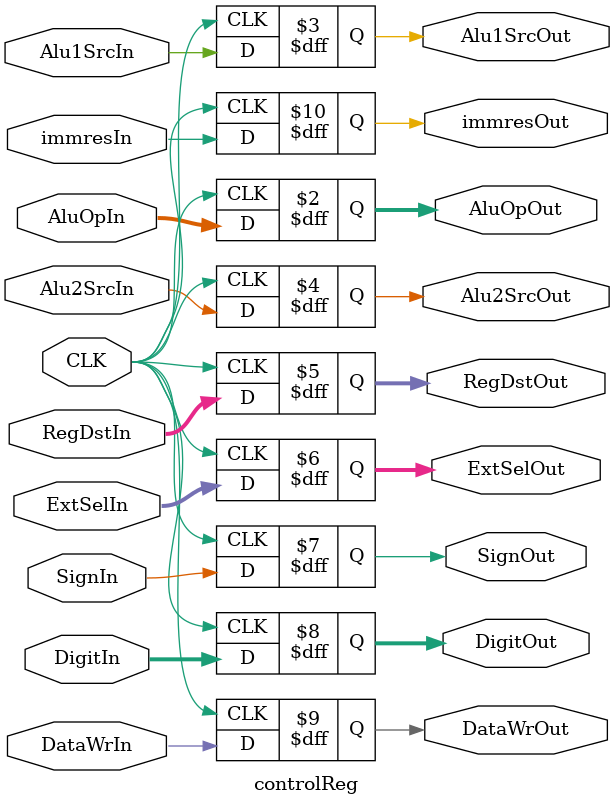
<source format=v>
`timescale 1ns / 1ps
module controlReg(
        input CLK,            //时钟脉冲
        input [2:0] AluOpIn,  //ALU操作方式
        input  Alu1SrcIn,     //ALU1口位选
        input  Alu2SrcIn,     //ALU2口位选
        input [1:0] RegDstIn, //Rd输入数据来源
        input [2:0] ExtSelIn, //立即数拼接方式
        input  SignIn,        //立即数符号扩展信号
        input [1:0] DigitIn,  //读写位数
        input  DataWrIn,      //存储器写使能
        input  immresIn,      //rd是否选择imm直接作为数据

        output reg[2:0] AluOpOut,  //ALU操作方式
        output reg Alu1SrcOut,     //ALU1口位选
        output reg Alu2SrcOut,     //ALU2口位选
        output reg[1:0] RegDstOut, //Rd输入数据来源
        output reg[2:0] ExtSelOut, //立即数拼接方式
        output reg SignOut,        //立即数符号扩展信号
        output reg[1:0] DigitOut,  //读写位数
        output reg DataWrOut,      //存储器写使能
        output reg immresOut      //rd是否选择imm直接作为数据
    );

    always @(negedge CLK) begin
        AluOpOut <= AluOpIn;
        Alu1SrcOut <= Alu1SrcIn;
        Alu2SrcOut <= Alu2SrcIn;
        RegDstOut <= RegDstIn;
        ExtSelOut <= ExtSelIn;
        SignOut <= SignIn;
        DigitOut <= DigitIn;
        DataWrOut <= DataWrIn;
        immresOut <= immresIn;
    end
endmodule
</source>
